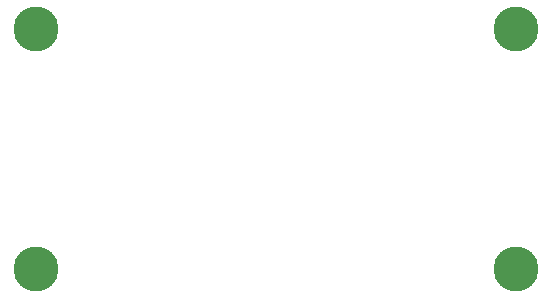
<source format=gbs>
G04 (created by PCBNEW-RS274X (2011-07-19)-testing) date Wed 13 Jun 2012 12:22:37 PM PDT*
G01*
G70*
G90*
%MOIN*%
G04 Gerber Fmt 3.4, Leading zero omitted, Abs format*
%FSLAX34Y34*%
G04 APERTURE LIST*
%ADD10C,0.006000*%
%ADD11C,0.150000*%
G04 APERTURE END LIST*
G54D10*
G54D11*
X31000Y-21000D03*
X31000Y-29000D03*
X47000Y-29000D03*
X47000Y-21000D03*
M02*

</source>
